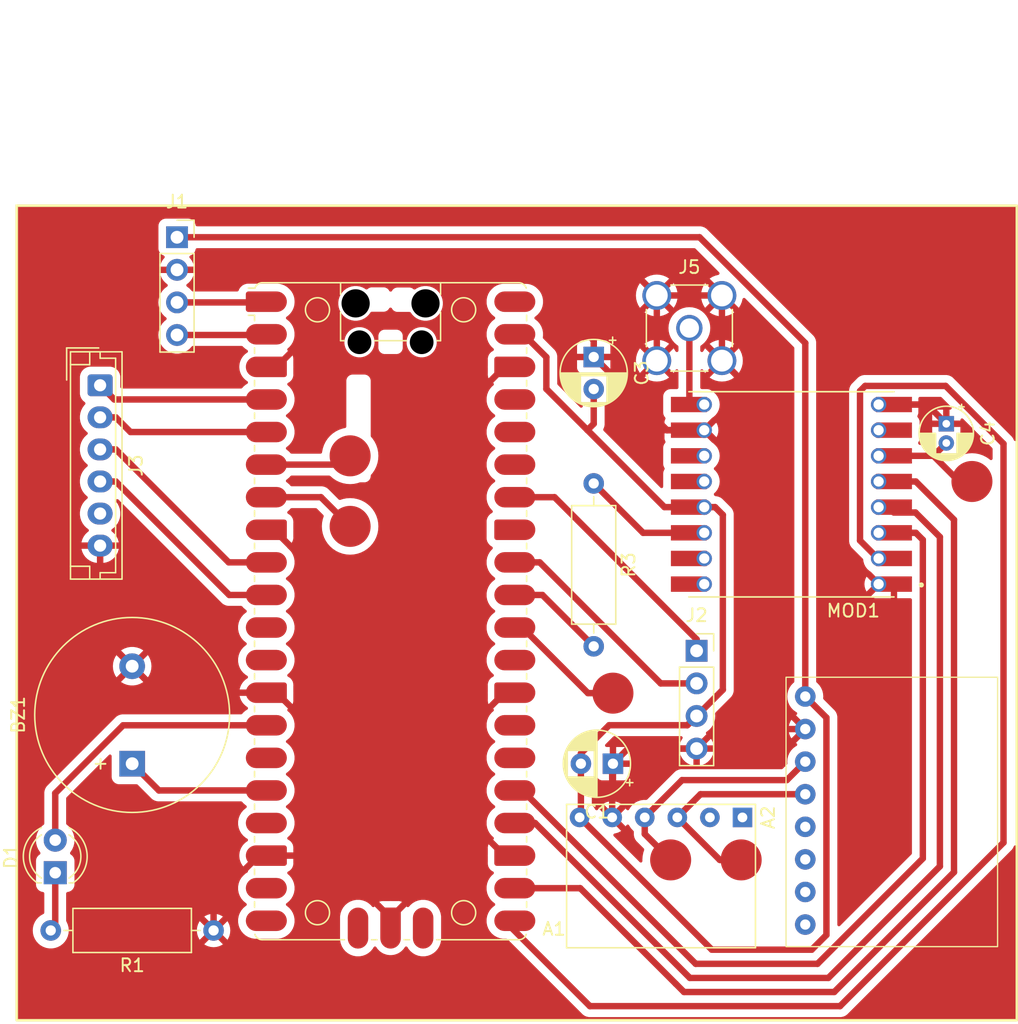
<source format=kicad_pcb>
(kicad_pcb (version 20240108) (generator "pcbnew") (generator_version "8.0")
  (layers (0 "F.Cu" signal) (31 "B.Cu" signal) (34 "B.Paste" user) (35 "F.Paste" user) (36 "B.SilkS" user "B.Silkscreen") (37 "F.SilkS" user "F.Silkscreen") (38 "B.Mask" user) (39 "F.Mask" user) (44 "Edge.Cuts" user))
  (net 0 "")
  (net 1 "GND")
  (net 3 "DSHOT-3")
  (net 5 "PYRO 2")
  (net 6 "DSHOT-1")
  (net 7 "UART TX")
  (net 8 "SPI SCK")
  (net 9 "RADIO RX INT")
  (net 10 "PYRO 1")
  (net 12 "BUZZER")
  (net 13 "LoRa reset")
  (net 14 "I2C SCL")
  (net 17 "DSHOT-2")
  (net 19 "RED_LED")
  (net 23 "+3V3")
  (net 25 "SPI MISO")
  (net 27 "SPI NSS")
  (net 28 "SPI MOSI")
  (net 29 "I2C SDA")
  (net 31 "UART RX")
  (net 33 "DSHOT-4")
  (net 37 "Net-(D1-K)")
  (net 39 "Net-(J5-In)")
  (net 43 "Net-(MOD1-DIO0-Pad14)")
  (net 44 "RADIO RX TIMEOUT")
  (net 55 "RADIO RX TIMEOUT_1")
  (footprint "LED_THT:LED_D4.0mm" (layer "F.Cu") (at 39 97 90)
    (property "Reference" "D1" (at 1.27 -3.46 90) (layer "F.SilkS"))
    (property "Value" "LED")
    (pad "1" thru_hole rect (at 0 0 90) (size 1.8 1.8) (drill 0.9) (layers "*.Cu" "*.Mask") (net 37 "Net-(D1-K)"))
    (pad "2" thru_hole circle (at 2.54 0 90) (size 1.8 1.8) (drill 0.9) (layers "*.Cu" "*.Mask") (net 19 "RED_LED"))
  )
  (footprint "Connector_Coaxial:SMA_Amphenol_901-144_Vertical" (layer "F.Cu") (at 88.46 54.54)
    (property "Reference" "J5" (at 0 -4.75 0) (layer "F.SilkS"))
    (property "Value" "Conn_Coaxial_Small")
    (pad "1" thru_hole circle (at 0 0) (size 2.05 2.05) (drill 1.5) (layers "*.Cu" "*.Mask") (net 39 "Net-(J5-In)"))
    (pad "2" thru_hole circle (at -2.54 -2.54) (size 2.25 2.25) (drill 1.7) (layers "*.Cu" "*.Mask") (net 1 "GND"))
    (pad "2" thru_hole circle (at -2.54 2.54) (size 2.25 2.25) (drill 1.7) (layers "*.Cu" "*.Mask") (net 1 "GND"))
    (pad "2" thru_hole circle (at 2.54 -2.54) (size 2.25 2.25) (drill 1.7) (layers "*.Cu" "*.Mask") (net 1 "GND"))
    (pad "2" thru_hole circle (at 2.54 2.54) (size 2.25 2.25) (drill 1.7) (layers "*.Cu" "*.Mask") (net 1 "GND"))
  )
  (footprint "Connector_PinSocket_2.54mm:PinSocket_1x04_P2.54mm_Vertical" (layer "F.Cu") (at 89.025 79.7)
    (property "Reference" "J2" (at 0 -2.77 0) (layer "F.SilkS"))
    (property "Value" "Conn_01x04_Pin")
    (pad "1" thru_hole rect (at 0 0) (size 1.7 1.7) (drill 1) (layers "*.Cu" "*.Mask") (net 5 "PYRO 2"))
    (pad "2" thru_hole oval (at 0 2.54) (size 1.7 1.7) (drill 1) (layers "*.Cu" "*.Mask") (net 10 "PYRO 1"))
    (pad "3" thru_hole oval (at 0 5.08) (size 1.7 1.7) (drill 1) (layers "*.Cu" "*.Mask") (net 23 "+3V3"))
    (pad "4" thru_hole oval (at 0 7.62) (size 1.7 1.7) (drill 1) (layers "*.Cu" "*.Mask") (net 1 "GND"))
  )
  (footprint "Connector_JST:JST_EH_B6B-EH-A_1x06_P2.50mm_Vertical" (layer "F.Cu") (at 42.5 59 -90)
    (property "Reference" "J3" (at 6.25 -2.8 90) (layer "F.SilkS"))
    (property "Value" "Conn_01x06_Socket")
    (pad "1" thru_hole roundrect (at 0 0 270) (size 1.7 1.95) (drill 0.95) (layers "*.Cu" "*.Mask") (roundrect_rratio 0.147059) (net 6 "DSHOT-1"))
    (pad "2" thru_hole oval (at 2.5 0 270) (size 1.7 1.95) (drill 0.95) (layers "*.Cu" "*.Mask") (net 17 "DSHOT-2"))
    (pad "3" thru_hole oval (at 5 0 270) (size 1.7 1.95) (drill 0.95) (layers "*.Cu" "*.Mask") (net 3 "DSHOT-3"))
    (pad "4" thru_hole oval (at 7.5 0 270) (size 1.7 1.95) (drill 0.95) (layers "*.Cu" "*.Mask") (net 33 "DSHOT-4"))
    (pad "5" thru_hole oval (at 10 0 270) (size 1.7 1.95) (drill 0.95) (layers "*.Cu" "*.Mask"))
    (pad "6" thru_hole oval (at 12.5 0 270) (size 1.7 1.95) (drill 0.95) (layers "*.Cu" "*.Mask") (net 1 "GND"))
  )
  (footprint "Sensor_Motion:MPU6050" (layer "F.Cu") (at 97.5 83.26)
    (property "Reference" "MPU1" (hide yes))
    (property "Value" "~" (hide yes))
    (pad "1" thru_hole circle (at 0 0) (size 1.6 1.6) (drill 0.8) (layers "*.Cu" "*.Mask") (net 23 "+3V3"))
    (pad "2" thru_hole circle (at 0 2.54) (size 1.6 1.6) (drill 0.8) (layers "*.Cu" "*.Mask") (net 1 "GND"))
    (pad "3" thru_hole circle (at 0 5.08) (size 1.6 1.6) (drill 0.8) (layers "*.Cu" "*.Mask") (net 14 "I2C SCL"))
    (pad "4" thru_hole circle (at 0 7.62) (size 1.6 1.6) (drill 0.8) (layers "*.Cu" "*.Mask") (net 29 "I2C SDA"))
    (pad "5" thru_hole circle (at 0 10.16) (size 1.6 1.6) (drill 0.8) (layers "*.Cu" "*.Mask"))
    (pad "6" thru_hole circle (at 0 12.7) (size 1.6 1.6) (drill 0.8) (layers "*.Cu" "*.Mask"))
    (pad "7" thru_hole circle (at 0 15.24) (size 1.6 1.6) (drill 0.8) (layers "*.Cu" "*.Mask"))
    (pad "8" thru_hole circle (at 0 17.78) (size 1.6 1.6) (drill 0.8) (layers "*.Cu" "*.Mask"))
  )
  (footprint "RFM98W-433S2:XCVR_RFM98W-433S2" (layer "F.Cu") (at 96.42 67.5 180)
    (property "Reference" "MOD1" (at -4.825 -9.075 0) (layer "F.SilkS"))
    (property "Value" "RFM98W-433S2")
    (pad "1" smd rect (at -8 -7 180) (size 2.8 1.2) (layers "F.Cu" "F.Paste" "F.Mask") (net 1 "GND"))
    (pad "1_1" thru_hole circle (at -6.8 -7 180) (size 1.2 1.2) (drill 0.8) (layers "*.Cu" "*.Mask") (net 1 "GND"))
    (pad "2" smd rect (at -8 -5 180) (size 2.8 1.2) (layers "F.Cu" "F.Paste" "F.Mask") (net 25 "SPI MISO"))
    (pad "2_1" thru_hole circle (at -6.8 -5 180) (size 1.2 1.2) (drill 0.8) (layers "*.Cu" "*.Mask") (net 25 "SPI MISO"))
    (pad "3" smd rect (at -8 -3 180) (size 2.8 1.2) (layers "F.Cu" "F.Paste" "F.Mask") (net 28 "SPI MOSI"))
    (pad "3_1" thru_hole circle (at -6.8 -3 180) (size 1.2 1.2) (drill 0.8) (layers "*.Cu" "*.Mask") (net 28 "SPI MOSI"))
    (pad "4" smd rect (at -8 -1 180) (size 2.8 1.2) (layers "F.Cu" "F.Paste" "F.Mask") (net 8 "SPI SCK"))
    (pad "4_1" thru_hole circle (at -6.8 -1 180) (size 1.2 1.2) (drill 0.8) (layers "*.Cu" "*.Mask") (net 8 "SPI SCK"))
    (pad "5" smd rect (at -8 1 180) (size 2.8 1.2) (layers "F.Cu" "F.Paste" "F.Mask") (net 27 "SPI NSS"))
    (pad "5_1" thru_hole circle (at -6.8 1 180) (size 1.2 1.2) (drill 0.8) (layers "*.Cu" "*.Mask") (net 27 "SPI NSS"))
    (pad "6" smd rect (at -8 3 180) (size 2.8 1.2) (layers "F.Cu" "F.Paste" "F.Mask") (net 13 "LoRa reset"))
    (pad "6_1" thru_hole circle (at -6.8 3 180) (size 1.2 1.2) (drill 0.8) (layers "*.Cu" "*.Mask") (net 13 "LoRa reset"))
    (pad "7" smd rect (at -8 5 180) (size 2.8 1.2) (layers "F.Cu" "F.Paste" "F.Mask"))
    (pad "7_1" thru_hole circle (at -6.8 5 180) (size 1.2 1.2) (drill 0.8) (layers "*.Cu" "*.Mask"))
    (pad "8" smd rect (at -8 7 180) (size 2.8 1.2) (layers "F.Cu" "F.Paste" "F.Mask") (net 1 "GND"))
    (pad "8_1" thru_hole circle (at -6.8 7 180) (size 1.2 1.2) (drill 0.8) (layers "*.Cu" "*.Mask") (net 1 "GND"))
    (pad "9" smd rect (at 8 7 180) (size 2.8 1.2) (layers "F.Cu" "F.Paste" "F.Mask") (net 39 "Net-(J5-In)"))
    (pad "9_1" thru_hole circle (at 6.8 7 180) (size 1.2 1.2) (drill 0.8) (layers "*.Cu" "*.Mask") (net 39 "Net-(J5-In)"))
    (pad "10" smd rect (at 8 5 180) (size 2.8 1.2) (layers "F.Cu" "F.Paste" "F.Mask") (net 1 "GND"))
    (pad "10_1" thru_hole circle (at 6.8 5 180) (size 1.2 1.2) (drill 0.8) (layers "*.Cu" "*.Mask") (net 1 "GND"))
    (pad "11" smd rect (at 8 3 180) (size 2.8 1.2) (layers "F.Cu" "F.Paste" "F.Mask"))
    (pad "11_1" thru_hole circle (at 6.8 3 180) (size 1.2 1.2) (drill 0.8) (layers "*.Cu" "*.Mask"))
    (pad "12" smd rect (at 8 1 180) (size 2.8 1.2) (layers "F.Cu" "F.Paste" "F.Mask"))
    (pad "12_1" thru_hole circle (at 6.8 1 180) (size 1.2 1.2) (drill 0.8) (layers "*.Cu" "*.Mask"))
    (pad "13" smd rect (at 8 -1 180) (size 2.8 1.2) (layers "F.Cu" "F.Paste" "F.Mask") (net 23 "+3V3"))
    (pad "13_1" thru_hole circle (at 6.8 -1 180) (size 1.2 1.2) (drill 0.8) (layers "*.Cu" "*.Mask") (net 23 "+3V3"))
    (pad "14" smd rect (at 8 -3 180) (size 2.8 1.2) (layers "F.Cu" "F.Paste" "F.Mask") (net 43 "Net-(MOD1-DIO0-Pad14)"))
    (pad "14_1" thru_hole circle (at 6.8 -3 180) (size 1.2 1.2) (drill 0.8) (layers "*.Cu" "*.Mask") (net 43 "Net-(MOD1-DIO0-Pad14)"))
    (pad "15" smd rect (at 8 -5 180) (size 2.8 1.2) (layers "F.Cu" "F.Paste" "F.Mask") (net 55 "RADIO RX TIMEOUT_1"))
    (pad "15_1" thru_hole circle (at 6.8 -5 180) (size 1.2 1.2) (drill 0.8) (layers "*.Cu" "*.Mask") (net 44 "RADIO RX TIMEOUT"))
    (pad "16" smd rect (at 8 -7 180) (size 2.8 1.2) (layers "F.Cu" "F.Paste" "F.Mask"))
    (pad "16_1" thru_hole circle (at 6.8 -7 180) (size 1.2 1.2) (drill 0.8) (layers "*.Cu" "*.Mask"))
  )
  (footprint "Resistor_THT:R_Axial_DIN0309_L9.0mm_D3.2mm_P12.70mm_Horizontal" (layer "F.Cu") (at 81 66.65 -90)
    (property "Reference" "R3" (at 6.35 -2.72 90) (layer "F.SilkS"))
    (property "Value" "100")
    (pad "1" thru_hole circle (at 0 0 270) (size 1.6 1.6) (drill 0.8) (layers "*.Cu" "*.Mask") (net 43 "Net-(MOD1-DIO0-Pad14)"))
    (pad "2" thru_hole oval (at 12.7 0 270) (size 1.6 1.6) (drill 0.8) (layers "*.Cu" "*.Mask") (net 9 "RADIO RX INT"))
  )
  (footprint "Charleslabs_Parts:BMP280_Module" (layer "F.Cu") (at 92.6 92.688 -90)
    (property "Reference" "A2" (at 0 -2 90) (layer "F.SilkS"))
    (property "Value" "BMP280_Module")
    (pad "1" thru_hole circle (at 0 12.7 270) (size 1.524 1.524) (drill 0.762) (layers "*.Cu" "*.Mask") (net 23 "+3V3"))
    (pad "2" thru_hole circle (at 0 10.16 270) (size 1.524 1.524) (drill 0.762) (layers "*.Cu" "*.Mask") (net 1 "GND"))
    (pad "3" thru_hole circle (at 0 7.62 270) (size 1.524 1.524) (drill 0.762) (layers "*.Cu" "*.Mask") (net 14 "I2C SCL"))
    (pad "4" thru_hole circle (at 0 5.08 270) (size 1.524 1.524) (drill 0.762) (layers "*.Cu" "*.Mask") (net 29 "I2C SDA"))
    (pad "5" thru_hole circle (at 0 2.54 270) (size 1.524 1.524) (drill 0.762) (layers "*.Cu" "*.Mask"))
    (pad "6" thru_hole rect (at 0 0 270) (size 1.524 1.524) (drill 0.762) (layers "*.Cu" "*.Mask"))
  )
  (footprint "Capacitor_THT:CP_Radial_D4.0mm_P1.50mm" (layer "F.Cu") (at 108.5 62 -90)
    (property "Reference" "C4" (at 0.75 -3.25 90) (layer "F.SilkS"))
    (property "Value" "100n")
    (pad "1" thru_hole rect (at 0 0 270) (size 1.2 1.2) (drill 0.6) (layers "*.Cu" "*.Mask") (net 1 "GND"))
    (pad "2" thru_hole circle (at 1.5 0 270) (size 1.2 1.2) (drill 0.6) (layers "*.Cu" "*.Mask") (net 13 "LoRa reset"))
  )
  (footprint "Module_RaspberryPi_Pico:RaspberryPi_Pico_Original_SMD_HandSolder" (layer "F.Cu") (at 65.155 76.615)
    (property "Reference" "A1" (at 11.7475 24.765 0) (layer "F.SilkS") (effects (justify left)))
    (property "Value" "RaspberryPi_Pico")
    (pad "" smd rect (at -8.89 -24.13) (size 3.8 2.2) (drill (offset -0.8 0)) (layers "F.Paste"))
    (pad "" smd rect (at -8.89 -21.59) (size 3.8 2.2) (drill (offset -0.8 0)) (layers "F.Paste"))
    (pad "" smd rect (at -8.89 -19.05) (size 3.8 2.2) (drill (offset -0.8 0)) (layers "F.Paste"))
    (pad "" smd rect (at -8.89 -16.51) (size 3.8 2.2) (drill (offset -0.8 0)) (layers "F.Paste"))
    (pad "" smd rect (at -8.89 -13.97) (size 3.8 2.2) (drill (offset -0.8 0)) (layers "F.Paste"))
    (pad "" smd rect (at -8.89 -11.43) (size 3.8 2.2) (drill (offset -0.8 0)) (layers "F.Paste"))
    (pad "" smd rect (at -8.89 -8.89) (size 3.8 2.2) (drill (offset -0.8 0)) (layers "F.Paste"))
    (pad "" smd rect (at -8.89 -6.35) (size 3.8 2.2) (drill (offset -0.8 0)) (layers "F.Paste"))
    (pad "" smd rect (at -8.89 -3.81) (size 3.8 2.2) (drill (offset -0.8 0)) (layers "F.Paste"))
    (pad "" smd rect (at -8.89 -1.27) (size 3.8 2.2) (drill (offset -0.8 0)) (layers "F.Paste"))
    (pad "" smd rect (at -8.89 1.27) (size 3.8 2.2) (drill (offset -0.8 0)) (layers "F.Paste"))
    (pad "" smd rect (at -8.89 3.81) (size 3.8 2.2) (drill (offset -0.8 0)) (layers "F.Paste"))
    (pad "" smd rect (at -8.89 6.35) (size 3.8 2.2) (drill (offset -0.8 0)) (layers "F.Paste"))
    (pad "" smd rect (at -8.89 8.89) (size 3.8 2.2) (drill (offset -0.8 0)) (layers "F.Paste"))
    (pad "" smd rect (at -8.89 11.43) (size 3.8 2.2) (drill (offset -0.8 0)) (layers "F.Paste"))
    (pad "" smd rect (at -8.89 13.97) (size 3.8 2.2) (drill (offset -0.8 0)) (layers "F.Paste"))
    (pad "" smd rect (at -8.89 16.51) (size 3.8 2.2) (drill (offset -0.8 0)) (layers "F.Paste"))
    (pad "" smd rect (at -8.89 19.05) (size 3.8 2.2) (drill (offset -0.8 0)) (layers "F.Paste"))
    (pad "" smd rect (at -8.89 21.59) (size 3.8 2.2) (drill (offset -0.8 0)) (layers "F.Paste"))
    (pad "" smd rect (at -8.89 24.13) (size 3.8 2.2) (drill (offset -0.8 0)) (layers "F.Paste"))
    (pad "" np_thru_hole circle (at -2.725 -24) (size 2.2 2.2) (drill 2.2) (layers "*.Mask"))
    (pad "" smd rect (at -2.54 23.9) (size 2.2 3.8) (drill (offset 0 0.8)) (layers "F.Paste"))
    (pad "" np_thru_hole circle (at -2.425 -20.97) (size 1.85 1.85) (drill 1.85) (layers "*.Mask"))
    (pad "" smd rect (at 0 23.9) (size 2.2 3.8) (drill (offset 0 0.8)) (layers "F.Paste"))
    (pad "" np_thru_hole circle (at 2.425 -20.97) (size 1.85 1.85) (drill 1.85) (layers "*.Mask"))
    (pad "" smd rect (at 2.54 23.9) (size 2.2 3.8) (drill (offset 0 0.8)) (layers "F.Paste"))
    (pad "" np_thru_hole circle (at 2.725 -24) (size 2.2 2.2) (drill 2.2) (layers "*.Mask"))
    (pad "" smd rect (at 8.89 -24.13) (size 3.8 2.2) (drill (offset 0.8 0)) (layers "F.Paste"))
    (pad "" smd rect (at 8.89 -21.59) (size 3.8 2.2) (drill (offset 0.8 0)) (layers "F.Paste"))
    (pad "" smd rect (at 8.89 -19.05) (size 3.8 2.2) (drill (offset 0.8 0)) (layers "F.Paste"))
    (pad "" smd rect (at 8.89 -16.51) (size 3.8 2.2) (drill (offset 0.8 0)) (layers "F.Paste"))
    (pad "" smd rect (at 8.89 -13.97) (size 3.8 2.2) (drill (offset 0.8 0)) (layers "F.Paste"))
    (pad "" smd rect (at 8.89 -11.43) (size 3.8 2.2) (drill (offset 0.8 0)) (layers "F.Paste"))
    (pad "" smd rect (at 8.89 -8.89) (size 3.8 2.2) (drill (offset 0.8 0)) (layers "F.Paste"))
    (pad "" smd rect (at 8.89 -6.35) (size 3.8 2.2) (drill (offset 0.8 0)) (layers "F.Paste"))
    (pad "" smd rect (at 8.89 -3.81) (size 3.8 2.2) (drill (offset 0.8 0)) (layers "F.Paste"))
    (pad "" smd rect (at 8.89 -1.27) (size 3.8 2.2) (drill (offset 0.8 0)) (layers "F.Paste"))
    (pad "" smd rect (at 8.89 1.27) (size 3.8 2.2) (drill (offset 0.8 0)) (layers "F.Paste"))
    (pad "" smd rect (at 8.89 3.81) (size 3.8 2.2) (drill (offset 0.8 0)) (layers "F.Paste"))
    (pad "" smd rect (at 8.89 6.35) (size 3.8 2.2) (drill (offset 0.8 0)) (layers "F.Paste"))
    (pad "" smd rect (at 8.89 8.89) (size 3.8 2.2) (drill (offset 0.8 0)) (layers "F.Paste"))
    (pad "" smd rect (at 8.89 11.43) (size 3.8 2.2) (drill (offset 0.8 0)) (layers "F.Paste"))
    (pad "" smd rect (at 8.89 13.97) (size 3.8 2.2) (drill (offset 0.8 0)) (layers "F.Paste"))
    (pad "" smd rect (at 8.89 16.51) (size 3.8 2.2) (drill (offset 0.8 0)) (layers "F.Paste"))
    (pad "" smd rect (at 8.89 19.05) (size 3.8 2.2) (drill (offset 0.8 0)) (layers "F.Paste"))
    (pad "" smd rect (at 8.89 21.59) (size 3.8 2.2) (drill (offset 0.8 0)) (layers "F.Paste"))
    (pad "" smd rect (at 8.89 24.13) (size 3.8 2.2) (drill (offset 0.8 0)) (layers "F.Paste"))
    (pad "1" smd custom (at -8.89 -24.13) (size 1.6 1.6) (layers "F.Cu" "F.Mask") (net 7 "UART TX") (options (clearance outline) (anchor circle)) (primitives (gr_poly (pts (xy -2.4 0.6) (xy -2.4 -0.6) (xy -2.2 -0.8) (xy 0 -0.8) (xy 0 0.8) (xy -2.2 0.8)) (width 0) (fill yes)) (gr_circle (center -2.2 0.6) (end -2 0.6) (width 0) (fill yes)) (gr_circle (center -2.2 -0.6) (end -2 -0.6) (width 0) (fill yes))))
    (pad "2" smd roundrect (at -8.89 -21.59) (size 3.2 1.6) (drill (offset -0.8 0)) (layers "F.Cu" "F.Mask") (roundrect_rratio 0.5) (net 31 "UART RX"))
    (pad "3" smd custom (at -8.89 -19.05) (size 1.6 1.6) (layers "F.Cu" "F.Mask") (net 1 "GND") (options (clearance outline) (anchor circle)) (primitives (gr_poly (pts (xy 0.8 -0.6) (xy 0.8 0.6) (xy 0.6 0.8) (xy -1.6 0.8) (xy -1.6 -0.8) (xy 0.6 -0.8)) (width 0) (fill yes)) (gr_circle (center 0.6 0.6) (end 0.8 0.6) (width 0) (fill yes)) (gr_circle (center 0.6 -0.6) (end 0.8 -0.6) (width 0) (fill yes)) (gr_circle (center -1.6 0) (end -0.8 0) (width 0) (fill yes))))
    (pad "4" smd roundrect (at -8.89 -16.51) (size 3.2 1.6) (drill (offset -0.8 0)) (layers "F.Cu" "F.Mask") (roundrect_rratio 0.5) (net 6 "DSHOT-1"))
    (pad "5" smd roundrect (at -8.89 -13.97) (size 3.2 1.6) (drill (offset -0.8 0)) (layers "F.Cu" "F.Mask") (roundrect_rratio 0.5) (net 17 "DSHOT-2"))
    (pad "6" smd roundrect (at -8.89 -11.43) (size 3.2 1.6) (drill (offset -0.8 0)) (layers "F.Cu" "F.Mask") (roundrect_rratio 0.5) (net 14 "I2C SCL"))
    (pad "7" smd roundrect (at -8.89 -8.89) (size 3.2 1.6) (drill (offset -0.8 0)) (layers "F.Cu" "F.Mask") (roundrect_rratio 0.5) (net 29 "I2C SDA"))
    (pad "8" smd custom (at -8.89 -6.35) (size 1.6 1.6) (layers "F.Cu" "F.Mask") (net 1 "GND") (options (clearance outline) (anchor circle)) (primitives (gr_poly (pts (xy 0.8 -0.6) (xy 0.8 0.6) (xy 0.6 0.8) (xy -1.6 0.8) (xy -1.6 -0.8) (xy 0.6 -0.8)) (width 0) (fill yes)) (gr_circle (center 0.6 0.6) (end 0.8 0.6) (width 0) (fill yes)) (gr_circle (center 0.6 -0.6) (end 0.8 -0.6) (width 0) (fill yes)) (gr_circle (center -1.6 0) (end -0.8 0) (width 0) (fill yes))))
    (pad "9" smd roundrect (at -8.89 -3.81) (size 3.2 1.6) (drill (offset -0.8 0)) (layers "F.Cu" "F.Mask") (roundrect_rratio 0.5) (net 3 "DSHOT-3"))
    (pad "10" smd roundrect (at -8.89 -1.27) (size 3.2 1.6) (drill (offset -0.8 0)) (layers "F.Cu" "F.Mask") (roundrect_rratio 0.5) (net 33 "DSHOT-4"))
    (pad "11" smd roundrect (at -8.89 1.27) (size 3.2 1.6) (drill (offset -0.8 0)) (layers "F.Cu" "F.Mask") (roundrect_rratio 0.5))
    (pad "12" smd roundrect (at -8.89 3.81) (size 3.2 1.6) (drill (offset -0.8 0)) (layers "F.Cu" "F.Mask") (roundrect_rratio 0.5))
    (pad "13" smd custom (at -8.89 6.35) (size 1.6 1.6) (layers "F.Cu" "F.Mask") (net 1 "GND") (options (clearance outline) (anchor circle)) (primitives (gr_poly (pts (xy 0.8 -0.6) (xy 0.8 0.6) (xy 0.6 0.8) (xy -1.6 0.8) (xy -1.6 -0.8) (xy 0.6 -0.8)) (width 0) (fill yes)) (gr_circle (center 0.6 0.6) (end 0.8 0.6) (width 0) (fill yes)) (gr_circle (center 0.6 -0.6) (end 0.8 -0.6) (width 0) (fill yes)) (gr_circle (center -1.6 0) (end -0.8 0) (width 0) (fill yes))))
    (pad "14" smd roundrect (at -8.89 8.89) (size 3.2 1.6) (drill (offset -0.8 0)) (layers "F.Cu" "F.Mask") (roundrect_rratio 0.5) (net 19 "RED_LED"))
    (pad "15" smd roundrect (at -8.89 11.43) (size 3.2 1.6) (drill (offset -0.8 0)) (layers "F.Cu" "F.Mask") (roundrect_rratio 0.5))
    (pad "16" smd roundrect (at -8.89 13.97) (size 3.2 1.6) (drill (offset -0.8 0)) (layers "F.Cu" "F.Mask") (roundrect_rratio 0.5) (net 12 "BUZZER"))
    (pad "17" smd roundrect (at -8.89 16.51) (size 3.2 1.6) (drill (offset -0.8 0)) (layers "F.Cu" "F.Mask") (roundrect_rratio 0.5))
    (pad "18" smd custom (at -8.89 19.05) (size 1.6 1.6) (layers "F.Cu" "F.Mask") (net 1 "GND") (options (clearance outline) (anchor circle)) (primitives (gr_poly (pts (xy 0.8 -0.6) (xy 0.8 0.6) (xy 0.6 0.8) (xy -1.6 0.8) (xy -1.6 -0.8) (xy 0.6 -0.8)) (width 0) (fill yes)) (gr_circle (center 0.6 0.6) (end 0.8 0.6) (width 0) (fill yes)) (gr_circle (center 0.6 -0.6) (end 0.8 -0.6) (width 0) (fill yes)) (gr_circle (center -1.6 0) (end -0.8 0) (width 0) (fill yes))))
    (pad "19" smd roundrect (at -8.89 21.59) (size 3.2 1.6) (drill (offset -0.8 0)) (layers "F.Cu" "F.Mask") (roundrect_rratio 0.5))
    (pad "20" smd roundrect (at -8.89 24.13) (size 3.2 1.6) (drill (offset -0.8 0)) (layers "F.Cu" "F.Mask") (roundrect_rratio 0.5))
    (pad "21" smd roundrect (at 8.89 24.13) (size 3.2 1.6) (drill (offset 0.8 0)) (layers "F.Cu" "F.Mask") (roundrect_rratio 0.5) (net 25 "SPI MISO"))
    (pad "22" smd roundrect (at 8.89 21.59) (size 3.2 1.6) (drill (offset 0.8 0)) (layers "F.Cu" "F.Mask") (roundrect_rratio 0.5) (net 27 "SPI NSS"))
    (pad "23" smd custom (at 8.89 19.05) (size 1.6 1.6) (layers "F.Cu" "F.Mask") (net 1 "GND") (options (clearance outline) (anchor circle)) (primitives (gr_poly (pts (xy -0.8 -0.6) (xy -0.8 0.6) (xy -0.6 0.8) (xy 1.6 0.8) (xy 1.6 -0.8) (xy -0.6 -0.8)) (width 0) (fill yes)) (gr_circle (center -0.6 0.6) (end -0.4 0.6) (width 0) (fill yes)) (gr_circle (center -0.6 -0.6) (end -0.4 -0.6) (width 0) (fill yes)) (gr_circle (center 1.6 0) (end 2.4 0) (width 0) (fill yes))))
    (pad "24" smd roundrect (at 8.89 16.51) (size 3.2 1.6) (drill (offset 0.8 0)) (layers "F.Cu" "F.Mask") (roundrect_rratio 0.5) (net 8 "SPI SCK"))
    (pad "25" smd roundrect (at 8.89 13.97) (size 3.2 1.6) (drill (offset 0.8 0)) (layers "F.Cu" "F.Mask") (roundrect_rratio 0.5) (net 28 "SPI MOSI"))
    (pad "26" smd roundrect (at 8.89 11.43) (size 3.2 1.6) (drill (offset 0.8 0)) (layers "F.Cu" "F.Mask") (roundrect_rratio 0.5))
    (pad "27" smd roundrect (at 8.89 8.89) (size 3.2 1.6) (drill (offset 0.8 0)) (layers "F.Cu" "F.Mask") (roundrect_rratio 0.5))
    (pad "28" smd custom (at 8.89 6.35) (size 1.6 1.6) (layers "F.Cu" "F.Mask") (net 1 "GND") (options (clearance outline) (anchor circle)) (primitives (gr_poly (pts (xy -0.8 -0.6) (xy -0.8 0.6) (xy -0.6 0.8) (xy 1.6 0.8) (xy 1.6 -0.8) (xy -0.6 -0.8)) (width 0) (fill yes)) (gr_circle (center -0.6 0.6) (end -0.4 0.6) (width 0) (fill yes)) (gr_circle (center -0.6 -0.6) (end -0.4 -0.6) (width 0) (fill yes)) (gr_circle (center 1.6 0) (end 2.4 0) (width 0) (fill yes))))
    (pad "29" smd roundrect (at 8.89 3.81) (size 3.2 1.6) (drill (offset 0.8 0)) (layers "F.Cu" "F.Mask") (roundrect_rratio 0.5))
    (pad "30" smd roundrect (at 8.89 1.27) (size 3.2 1.6) (drill (offset 0.8 0)) (layers "F.Cu" "F.Mask") (roundrect_rratio 0.5) (net 13 "LoRa reset"))
    (pad "31" smd roundrect (at 8.89 -1.27) (size 3.2 1.6) (drill (offset 0.8 0)) (layers "F.Cu" "F.Mask") (roundrect_rratio 0.5) (net 9 "RADIO RX INT"))
    (pad "32" smd roundrect (at 8.89 -3.81) (size 3.2 1.6) (drill (offset 0.8 0)) (layers "F.Cu" "F.Mask") (roundrect_rratio 0.5) (net 10 "PYRO 1"))
    (pad "33" smd custom (at 8.89 -6.35) (size 1.6 1.6) (layers "F.Cu" "F.Mask") (options (clearance outline) (anchor circle)) (primitives (gr_poly (pts (xy -0.8 -0.6) (xy -0.8 0.6) (xy -0.6 0.8) (xy 1.6 0.8) (xy 1.6 -0.8) (xy -0.6 -0.8)) (width 0) (fill yes)) (gr_circle (center -0.6 0.6) (end -0.4 0.6) (width 0) (fill yes)) (gr_circle (center -0.6 -0.6) (end -0.4 -0.6) (width 0) (fill yes)) (gr_circle (center 1.6 0) (end 2.4 0) (width 0) (fill yes))))
    (pad "34" smd roundrect (at 8.89 -8.89) (size 3.2 1.6) (drill (offset 0.8 0)) (layers "F.Cu" "F.Mask") (roundrect_rratio 0.5) (net 5 "PYRO 2"))
    (pad "35" smd roundrect (at 8.89 -11.43) (size 3.2 1.6) (drill (offset 0.8 0)) (layers "F.Cu" "F.Mask") (roundrect_rratio 0.5))
    (pad "36" smd roundrect (at 8.89 -13.97) (size 3.2 1.6) (drill (offset 0.8 0)) (layers "F.Cu" "F.Mask") (roundrect_rratio 0.5))
    (pad "37" smd roundrect (at 8.89 -16.51) (size 3.2 1.6) (drill (offset 0.8 0)) (layers "F.Cu" "F.Mask") (roundrect_rratio 0.5))
    (pad "38" smd custom (at 8.89 -19.05) (size 1.6 1.6) (layers "F.Cu" "F.Mask") (net 1 "GND") (options (clearance outline) (anchor circle)) (primitives (gr_poly (pts (xy -0.8 -0.6) (xy -0.8 0.6) (xy -0.6 0.8) (xy 1.6 0.8) (xy 1.6 -0.8) (xy -0.6 -0.8)) (width 0) (fill yes)) (gr_circle (center -0.6 0.6) (end -0.4 0.6) (width 0) (fill yes)) (gr_circle (center -0.6 -0.6) (end -0.4 -0.6) (width 0) (fill yes)) (gr_circle (center 1.6 0) (end 2.4 0) (width 0) (fill yes))))
    (pad "39" smd roundrect (at 8.89 -21.59) (size 3.2 1.6) (drill (offset 0.8 0)) (layers "F.Cu" "F.Mask") (roundrect_rratio 0.5) (net 23 "+3V3"))
    (pad "40" smd roundrect (at 8.89 -24.13) (size 3.2 1.6) (drill (offset 0.8 0)) (layers "F.Cu" "F.Mask") (roundrect_rratio 0.5))
    (pad "D1" smd roundrect (at -2.54 23.9 90) (size 3.2 1.6) (drill (offset -0.8 0)) (layers "F.Cu" "F.Mask") (roundrect_rratio 0.5))
    (pad "D2" smd custom (at 0 23.9 270) (size 1.6 1.6) (layers "F.Cu" "F.Mask") (net 1 "GND") (options (clearance outline) (anchor circle)) (primitives (gr_poly (pts (xy -0.8 -0.6) (xy -0.8 0.6) (xy -0.6 0.8) (xy 1.6 0.8) (xy 1.6 -0.8) (xy -0.6 -0.8)) (width 0) (fill yes)) (gr_circle (center -0.6 0.6) (end -0.4 0.6) (width 0) (fill yes)) (gr_circle (center -0.6 -0.6) (end -0.4 -0.6) (width 0) (fill yes)) (gr_circle (center 1.6 0) (end 2.4 0) (width 0) (fill yes))))
    (pad "D3" smd roundrect (at 2.54 23.9 90) (size 3.2 1.6) (drill (offset -0.8 0)) (layers "F.Cu" "F.Mask") (roundrect_rratio 0.5))
    (zone (net 0) (net_name "") (layers "F.Cu" "F.Paste") (name "Pad Keep Out TP6") (connect_pads (clearance 0)) (min_thickness 0.25)
      (keepout (tracks not_allowed) (vias not_allowed) (pads not_allowed) (copperpour not_allowed) (footprints allowed))
      (fill (thermal_gap 0.5) (thermal_bridge_width 0.5))
      (polygon (pts (xy 62.139455 66.562861) (xy 62.012833 66.528932) (xy 61.899306 66.463388) (xy 61.806612 66.370694) (xy 61.741068 66.257167) (xy 61.707139 66.130545) (xy 61.705 66.065) (xy 61.705 62.365) (xy 63.605 62.365) (xy 63.605 66.065) (xy 63.602861 66.130545) (xy 63.568932 66.257167) (xy 63.503388 66.370694) (xy 63.410694 66.463388) (xy 63.297167 66.528932) (xy 63.170545 66.562861) (xy 63.105 66.565) (xy 62.205 66.565)))
    )
    (zone (net 0) (net_name "") (layers "F.Cu" "F.Paste") (name "Pad Keep Out TP3") (connect_pads (clearance 0)) (min_thickness 0.25)
      (keepout (tracks not_allowed) (vias not_allowed) (pads not_allowed) (copperpour not_allowed) (footprints allowed))
      (fill (thermal_gap 0.5) (thermal_bridge_width 0.5))
      (polygon (pts (xy 63.207139 51.799455) (xy 63.241068 51.672833) (xy 63.306612 51.559306) (xy 63.399306 51.466612) (xy 63.512833 51.401068) (xy 63.639455 51.367139) (xy 63.705 51.365) (xy 64.155 51.365) (xy 64.155 53.265) (xy 63.705 53.265) (xy 63.639455 53.262861) (xy 63.512833 53.228932) (xy 63.399306 53.163388) (xy 63.306612 53.070694) (xy 63.241068 52.957167) (xy 63.207139 52.830545) (xy 63.205 52.765) (xy 63.205 51.865)))
    )
    (zone (net 0) (net_name "") (layers "F.Cu" "F.Paste") (name "Pad Keep Out TP4") (connect_pads (clearance 0)) (min_thickness 0.25)
      (keepout (tracks not_allowed) (vias not_allowed) (pads not_allowed) (copperpour not_allowed) (footprints allowed))
      (fill (thermal_gap 0.5) (thermal_bridge_width 0.5))
      (polygon (pts (xy 63.605 62.365) (xy 63.605 58.665) (xy 63.602861 58.599455) (xy 63.568933 58.472833) (xy 63.503388 58.359306) (xy 63.410694 58.266612) (xy 63.297167 58.201067) (xy 63.170545 58.167139) (xy 63.105 58.165) (xy 62.205 58.165) (xy 62.139455 58.167139) (xy 62.012833 58.201067) (xy 61.899306 58.266612) (xy 61.806612 58.359306) (xy 61.741067 58.472833) (xy 61.707139 58.599455) (xy 61.705 58.665) (xy 61.705 62.365)))
    )
    (zone (net 0) (net_name "") (layers "F.Cu" "F.Paste") (name "Pad Keep Out TP3") (connect_pads (clearance 0)) (min_thickness 0.25)
      (keepout (tracks not_allowed) (vias not_allowed) (pads not_allowed) (copperpour not_allowed) (footprints allowed))
      (fill (thermal_gap 0.5) (thermal_bridge_width 0.5))
      (polygon (pts (xy 64.155 53.265) (xy 64.605 53.265) (xy 64.670545 53.262861) (xy 64.797167 53.228933) (xy 64.910694 53.163388) (xy 65.003388 53.070694) (xy 65.068933 52.957167) (xy 65.102861 52.830545) (xy 65.105 52.765) (xy 65.105 51.865) (xy 65.102861 51.799455) (xy 65.068933 51.672833) (xy 65.003388 51.559306) (xy 64.910694 51.466612) (xy 64.797167 51.401067) (xy 64.670545 51.367139) (xy 64.605 51.365) (xy 64.155 51.365)))
    )
    (zone (net 0) (net_name "") (layers "F.Cu" "F.Paste") (name "Pad Keep Out TP1") (connect_pads (clearance 0)) (min_thickness 0.25)
      (keepout (tracks not_allowed) (vias not_allowed) (pads not_allowed) (copperpour not_allowed) (footprints allowed))
      (fill (thermal_gap 0.5) (thermal_bridge_width 0.5))
      (polygon (pts (xy 64.207139 55.099455) (xy 64.241068 54.972833) (xy 64.306612 54.859306) (xy 64.399306 54.766612) (xy 64.512833 54.701068) (xy 64.639455 54.667139) (xy 64.705 54.665) (xy 65.155 54.665) (xy 65.155 56.565) (xy 64.705 56.565) (xy 64.639455 56.562861) (xy 64.512833 56.528932) (xy 64.399306 56.463388) (xy 64.306612 56.370694) (xy 64.241068 56.257167) (xy 64.207139 56.130545) (xy 64.205 56.065) (xy 64.205 55.165)))
    )
    (zone (net 0) (net_name "") (layers "F.Cu" "F.Paste") (name "Pad Keep Out TP1") (connect_pads (clearance 0)) (min_thickness 0.25)
      (keepout (tracks not_allowed) (vias not_allowed) (pads not_allowed) (copperpour not_allowed) (footprints allowed))
      (fill (thermal_gap 0.5) (thermal_bridge_width 0.5))
      (polygon (pts (xy 65.155 56.565) (xy 65.605 56.565) (xy 65.670545 56.562861) (xy 65.797167 56.528933) (xy 65.910694 56.463388) (xy 66.003388 56.370694) (xy 66.068933 56.257167) (xy 66.102861 56.130545) (xy 66.105 56.065) (xy 66.105 55.165) (xy 66.102861 55.099455) (xy 66.068933 54.972833) (xy 66.003388 54.859306) (xy 65.910694 54.766612) (xy 65.797167 54.701067) (xy 65.670545 54.667139) (xy 65.605 54.665) (xy 65.155 54.665)))
    )
    (zone (net 0) (net_name "") (layers "F.Cu" "F.Paste") (name "Pad Keep Out TP2") (connect_pads (clearance 0)) (min_thickness 0.25)
      (keepout (tracks not_allowed) (vias not_allowed) (pads not_allowed) (copperpour not_allowed) (footprints allowed))
      (fill (thermal_gap 0.5) (thermal_bridge_width 0.5))
      (polygon (pts (xy 65.207139 51.814455) (xy 65.241068 51.687833) (xy 65.306612 51.574306) (xy 65.399306 51.481612) (xy 65.512833 51.416068) (xy 65.639455 51.382139) (xy 65.705 51.38) (xy 66.155 51.38) (xy 66.155 53.28) (xy 65.705 53.28) (xy 65.639455 53.277861) (xy 65.512833 53.243932) (xy 65.399306 53.178388) (xy 65.306612 53.085694) (xy 65.241068 52.972167) (xy 65.207139 52.845545) (xy 65.205 52.78) (xy 65.205 51.88)))
    )
    (zone (net 0) (net_name "") (layers "F.Cu" "F.Paste") (name "Pad Keep Out TP2") (connect_pads (clearance 0)) (min_thickness 0.25)
      (keepout (tracks not_allowed) (vias not_allowed) (pads not_allowed) (copperpour not_allowed) (footprints allowed))
      (fill (thermal_gap 0.5) (thermal_bridge_width 0.5))
      (polygon (pts (xy 66.155 53.28) (xy 66.605 53.28) (xy 66.670545 53.277861) (xy 66.797167 53.243933) (xy 66.910694 53.178388) (xy 67.003388 53.085694) (xy 67.068933 52.972167) (xy 67.102861 52.845545) (xy 67.105 52.78) (xy 67.105 51.88) (xy 67.102861 51.814455) (xy 67.068933 51.687833) (xy 67.003388 51.574306) (xy 66.910694 51.481612) (xy 66.797167 51.416067) (xy 66.670545 51.382139) (xy 66.605 51.38) (xy 66.155 51.38)))
    )
  )
  (footprint "Capacitor_THT:CP_Radial_D5.0mm_P2.50mm" (layer "F.Cu") (at 82.5 88.5 180)
    (property "Reference" "C1" (at 1.25 -3.75 0) (layer "F.SilkS"))
    (property "Value" "100u")
    (pad "1" thru_hole rect (at 0 0 180) (size 1.6 1.6) (drill 0.8) (layers "*.Cu" "*.Mask") (net 1 "GND"))
    (pad "2" thru_hole circle (at 2.5 0 180) (size 1.6 1.6) (drill 0.8) (layers "*.Cu" "*.Mask") (net 23 "+3V3"))
  )
  (footprint "Capacitor_THT:CP_Radial_D5.0mm_P2.50mm" (layer "F.Cu") (at 81 56.794888 -90)
    (property "Reference" "C3" (at 1.25 -3.75 90) (layer "F.SilkS"))
    (property "Value" "100u")
    (pad "1" thru_hole rect (at 0 0 270) (size 1.6 1.6) (drill 0.8) (layers "*.Cu" "*.Mask") (net 1 "GND"))
    (pad "2" thru_hole circle (at 2.5 0 270) (size 1.6 1.6) (drill 0.8) (layers "*.Cu" "*.Mask") (net 23 "+3V3"))
  )
  (footprint "Connector_PinSocket_2.54mm:PinSocket_1x04_P2.54mm_Vertical" (layer "F.Cu") (at 48.5 47.46)
    (property "Reference" "J1" (at 0 -2.77 0) (layer "F.SilkS"))
    (property "Value" "Conn_01x04_Pin")
    (pad "1" thru_hole rect (at 0 0) (size 1.7 1.7) (drill 1) (layers "*.Cu" "*.Mask") (net 23 "+3V3"))
    (pad "2" thru_hole oval (at 0 2.54) (size 1.7 1.7) (drill 1) (layers "*.Cu" "*.Mask") (net 1 "GND"))
    (pad "3" thru_hole oval (at 0 5.08) (size 1.7 1.7) (drill 1) (layers "*.Cu" "*.Mask") (net 7 "UART TX"))
    (pad "4" thru_hole oval (at 0 7.62) (size 1.7 1.7) (drill 1) (layers "*.Cu" "*.Mask") (net 31 "UART RX"))
  )
  (footprint "Buzzer_Beeper:Buzzer_15x7.5RM7.6" (layer "F.Cu") (at 45 88.5 90)
    (property "Reference" "BZ1" (at 3.81 -8.89 90) (layer "F.SilkS"))
    (property "Value" "Buzzer")
    (fp_text user "+" (at -0.01 -2.54 90) (layer "F.SilkS"))
    (pad "1" thru_hole rect (at 0 0 90) (size 2 2) (drill 1) (layers "*.Cu" "*.Mask") (net 12 "BUZZER"))
    (pad "2" thru_hole circle (at 7.6 0 90) (size 2 2) (drill 1) (layers "*.Cu" "*.Mask") (net 1 "GND"))
  )
  (footprint "Resistor_THT:R_Axial_DIN0309_L9.0mm_D3.2mm_P12.70mm_Horizontal" (layer "F.Cu") (at 51.35 101.5 180)
    (property "Reference" "R1" (at 6.35 -2.72 0) (layer "F.SilkS"))
    (property "Value" "220")
    (pad "1" thru_hole circle (at 0 0 180) (size 1.6 1.6) (drill 0.8) (layers "*.Cu" "*.Mask") (net 1 "GND"))
    (pad "2" thru_hole oval (at 12.7 0 180) (size 1.6 1.6) (drill 0.8) (layers "*.Cu" "*.Mask") (net 37 "Net-(D1-K)"))
  )
  (gr_circle (center 62 70) (end 63.5 70) (stroke (width 0.2)) (fill solid) (layer "F.Cu") (net 29))
  (gr_circle (center 110.5 66.5) (end 112 66.5) (stroke (width 0.2)) (fill solid) (layer "F.Cu") (net 13))
  (gr_circle (center 82.5 83) (end 84 83) (stroke (width 0.2)) (fill solid) (layer "F.Cu") (net 13))
  (gr_circle (center 92.5 96) (end 94 96) (stroke (width 0.2)) (fill solid) (layer "F.Cu") (net 29))
  (gr_circle (center 62 64.5) (end 63.5 64.5) (stroke (width 0.2)) (fill solid) (layer "F.Cu") (net 14))
  (gr_circle (center 87 96) (end 88.5 96) (stroke (width 0.2)) (fill solid) (layer "F.Cu") (net 14))
  (gr_rect (start 36 45) (end 114 108.5) (stroke (width 0.2)) (fill none) (layer "F.SilkS"))
  (segment (start 89.025 87.32) (end 83.68 87.32) (width 0.5) (layer "F.Cu") (net 1))
  (segment (start 48.5 50) (end 56.120526 50) (width 0.5) (layer "F.Cu") (net 1))
  (segment (start 74.045 95.665) (end 72.395 94.015) (width 0.5) (layer "F.Cu") (net 1))
  (segment (start 72.384969 51.811579) (end 72.384969 59.225031) (width 0.5) (layer "F.Cu") (net 1))
  (segment (start 89.62 62.5) (end 86.72 62.5) (width 0.5) (layer "F.Cu") (net 1))
  (segment (start 91 52) (end 91 57.08) (width 0.5) (layer "F.Cu") (net 1))
  (segment (start 71.655 94.015) (end 72.395 94.015) (width 0.5) (layer "F.Cu") (net 1))
  (segment (start 85.92 57.08) (end 83.61 59.39) (width 0.5) (layer "F.Cu") (net 1))
  (segment (start 72.395 84.615) (end 74.045 82.965) (width 0.5) (layer "F.Cu") (net 1))
  (segment (start 83.61 59.39) (end 81.014888 56.794888) (width 0.5) (layer "F.Cu") (net 1))
  (segment (start 74.045 57.565) (end 75.438452 57.565) (width 0.5) (layer "F.Cu") (net 1))
  (segment (start 81.014888 56.794888) (end 81 56.794888) (width 0.5) (layer "F.Cu") (net 1))
  (segment (start 91 57.08) (end 92.17 58.25) (width 0.5) (layer "F.Cu") (net 1))
  (segment (start 45 80.9) (end 47.065 82.965) (width 0.5) (layer "F.Cu") (net 1))
  (segment (start 92.17 64.99939) (end 89.67061 62.5) (width 0.5) (layer "F.Cu") (net 1))
  (segment (start 89.025 87.32) (end 92.17 84.175) (width 0.5) (layer "F.Cu") (net 1))
  (segment (start 85.92 52) (end 91 52) (width 0.5) (layer "F.Cu") (net 1))
  (segment (start 60.305 95.665) (end 56.265 95.665) (width 0.5) (layer "F.Cu") (net 1))
  (segment (start 74.045 57.565) (end 72.384969 59.225031) (width 0.5) (layer "F.Cu") (net 1))
  (segment (start 82.44 88.56) (end 82.5 88.5) (width 0.5) (layer "F.Cu") (net 1))
  (segment (start 51.35 101.5) (end 51.35 99.186548) (width 0.5) (layer "F.Cu") (net 1))
  (segment (start 60.305 74.511548) (end 60.305 87.005) (width 0.5) (layer "F.Cu") (net 1))
  (segment (start 85.92 57.08) (end 85.92 52) (width 0.5) (layer "F.Cu") (net 1))
  (segment (start 74.045 57.565) (end 74.11 57.5) (width 0.5) (layer "F.Cu") (net 1))
  (segment (start 42.5 71.5) (end 42.5 78.4) (width 0.5) (layer "F.Cu") (net 1))
  (segment (start 72.384969 59.225031) (end 72.384969 84.604969) (width 0.5) (layer "F.Cu") (net 1))
  (segment (start 56.265 82.965) (end 60.305 87.005) (width 0.5) (layer "F.Cu") (net 1))
  (segment (start 76.328452 50.835) (end 73.361548 50.835) (width 0.5) (layer "F.Cu") (net 1))
  (segment (start 56.120526 50) (end 57.925031 51.804505) (width 0.5) (layer "F.Cu") (net 1))
  (segment (start 97.5 85.8) (end 93.795 85.8) (width 0.5) (layer "F.Cu") (net 1))
  (segment (start 73.361548 50.835) (end 72.384969 51.811579) (width 0.5) (layer "F.Cu") (net 1))
  (segment (start 108.5 62) (end 107 60.5) (width 0.5) (layer "F.Cu") (net 1))
  (segment (start 57.925031 51.804505) (end 57.925031 55.904969) (width 0.5) (layer "F.Cu") (net 1))
  (segment (start 42.5 78.4) (end 45 80.9) (width 0.5) (layer "F.Cu") (net 1))
  (segment (start 89.67061 62.5) (end 89.62 62.5) (width 0.5) (layer "F.Cu") (net 1))
  (segment (start 72.395 94.015) (end 72.395 84.615) (width 0.5) (layer "F.Cu") (net 1))
  (segment (start 92.17 58.25) (end 92.17 64.99939) (width 0.5) (layer "F.Cu") (net 1))
  (segment (start 86.72 62.5) (end 83.61 59.39) (width 0.5) (layer "F.Cu") (net 1))
  (segment (start 72.384969 84.604969) (end 72.395 84.615) (width 0.5) (layer "F.Cu") (net 1))
  (segment (start 93.795 85.8) (end 92.17 84.175) (width 0.5) (layer "F.Cu") (net 1))
  (segment (start 56.265 70.471548) (end 60.305 74.511548) (width 0.5) (layer "F.Cu") (net 1))
  (segment (start 65.155 100.515) (end 71.655 94.015) (width 0.5) (layer "F.Cu") (net 1))
  (segment (start 54.871548 95.665) (end 56.265 95.665) (width 0.5) (layer "F.Cu") (net 1))
  (segment (start 57.925031 55.904969) (end 56.265 57.565) (width 0.5) (layer "F.Cu") (net 1))
  (segment (start 92.17 84.175) (end 92.17 74.5) (width 0.5) (layer "F.Cu") (net 1))
  (segment (start 107 60.5) (end 104.42 60.5) (width 0.5) (layer "F.Cu") (net 1))
  (segment (start 92.17 74.5) (end 92.17 64.99939) (width 0.5) (layer "F.Cu") (net 1))
  (segment (start 82.44 92.688) (end 82.44 88.56) (width 0.5) (layer "F.Cu") (net 1))
  (segment (start 47.065 82.965) (end 56.265 82.965) (width 0.5) (layer "F.Cu") (net 1))
  (segment (start 65.155 100.515) (end 60.305 95.665) (width 0.5) (layer "F.Cu") (net 1))
  (segment (start 81 56.794888) (end 81 55.506548) (width 0.5) (layer "F.Cu") (net 1))
  (segment (start 83.68 87.32) (end 82.5 88.5) (width 0.5) (layer "F.Cu") (net 1))
  (segment (start 51.35 99.186548) (end 54.871548 95.665) (width 0.5) (layer "F.Cu") (net 1))
  (segment (start 60.305 87.005) (end 60.305 95.665) (width 0.5) (layer "F.Cu") (net 1))
  (segment (start 81 55.506548) (end 76.328452 50.835) (width 0.5) (layer "F.Cu") (net 1))
  (segment (start 56.265 70.265) (end 56.265 70.471548) (width 0.5) (layer "F.Cu") (net 1))
  (segment (start 56.265 72.805) (end 52.53 72.805) (width 0.5) (layer "F.Cu") (net 3))
  (segment (start 43.725 64) (end 42.5 64) (width 0.5) (layer "F.Cu") (net 3))
  (segment (start 52.53 72.805) (end 43.725 64) (width 0.5) (layer "F.Cu") (net 3))
  (segment (start 89.025 78.805) (end 89.025 79.7) (width 0.5) (layer "F.Cu") (net 5))
  (segment (start 74.045 67.725) (end 77.945 67.725) (width 0.5) (layer "F.Cu") (net 5))
  (segment (start 77.945 67.725) (end 89.025 78.805) (width 0.5) (layer "F.Cu") (net 5))
  (segment (start 43.605 60.105) (end 56.265 60.105) (width 0.5) (layer "F.Cu") (net 6))
  (segment (start 42.5 59) (end 43.605 60.105) (width 0.5) (layer "F.Cu") (net 6))
  (segment (start 48.5 52.54) (end 56.21 52.54) (width 0.5) (layer "F.Cu") (net 7))
  (segment (start 56.21 52.54) (end 56.265 52.485) (width 0.5) (layer "F.Cu") (net 7))
  (segment (start 76.422818 93.125) (end 74.045 93.125) (width 0.5) (layer "F.Cu") (net 8))
  (segment (start 99.3 105.2) (end 88.497818 105.2) (width 0.5) (layer "F.Cu") (net 8))
  (segment (start 108 96.5) (end 99.3 105.2) (width 0.5) (layer "F.Cu") (net 8))
  (segment (start 108 70.824365) (end 108 96.5) (width 0.5) (layer "F.Cu") (net 8))
  (segment (start 104.42 68.92) (end 106.095635 68.92) (width 0.5) (layer "F.Cu") (net 8))
  (segment (start 106.095635 68.92) (end 108 70.824365) (width 0.5) (layer "F.Cu") (net 8))
  (segment (start 104.42 68.5) (end 104.42 68.92) (width 0.5) (layer "F.Cu") (net 8))
  (segment (start 74.17 93) (end 74.045 93.125) (width 0.5) (layer "F.Cu") (net 8))
  (segment (start 88.497818 105.2) (end 76.422818 93.125) (width 0.5) (layer "F.Cu") (net 8))
  (segment (start 81 79.35) (end 76.995 75.345) (width 0.5) (layer "F.Cu") (net 9))
  (segment (start 76.995 75.345) (end 74.045 75.345) (width 0.5) (layer "F.Cu") (net 9))
  (segment (start 86.223453 82.24) (end 76.788453 72.805) (width 0.5) (layer "F.Cu") (net 10))
  (segment (start 89.025 82.24) (end 86.223453 82.24) (width 0.5) (layer "F.Cu") (net 10))
  (segment (start 76.788453 72.805) (end 74.045 72.805) (width 0.5) (layer "F.Cu") (net 10))
  (segment (start 47.085 90.585) (end 56.265 90.585) (width 0.5) (layer "F.Cu") (net 12))
  (segment (start 45 88.5) (end 47.085 90.585) (width 0.5) (layer "F.Cu") (net 12))
  (segment (start 107.5 64.5) (end 108.5 63.5) (width 0.5) (layer "F.Cu") (net 13))
  (segment (start 80.553452 83) (end 75.438452 77.885) (width 0.5) (layer "F.Cu") (net 13))
  (segment (start 110.5 66.5) (end 109.5 66.5) (width 0.5) (layer "F.Cu") (net 13))
  (segment (start 109.5 66.5) (end 107.5 64.5) (width 0.5) (layer "F.Cu") (net 13))
  (segment (start 104.42 64.5) (end 107.5 64.5) (width 0.5) (layer "F.Cu") (net 13))
  (segment (start 75.438452 77.885) (end 74.045 77.885) (width 0.5) (layer "F.Cu") (net 13))
  (segment (start 82.5 83) (end 80.553452 83) (width 0.5) (layer "F.Cu") (net 13))
  (segment (start 61.315 65.185) (end 61.455 65.045) (width 0.5) (layer "F.Cu") (net 14))
  (segment (start 61.455 65.045) (end 61.455 64.5) (width 0.5) (layer "F.Cu") (net 14))
  (segment (start 96.06 89.78) (end 87.888 89.78) (width 0.5) (layer "F.Cu") (net 14))
  (segment (start 84.98 93.98) (end 87 96) (width 0.5) (layer "F.Cu") (net 14))
  (segment (start 97.5 88.34) (end 96.06 89.78) (width 0.5) (layer "F.Cu") (net 14))
  (segment (start 56.265 65.185) (end 61.315 65.185) (width 0.5) (layer "F.Cu") (net 14))
  (segment (start 84.98 92.688) (end 84.98 93.98) (width 0.5) (layer "F.Cu") (net 14))
  (segment (start 87.888 89.78) (end 84.98 92.688) (width 0.5) (layer "F.Cu") (net 14))
  (segment (start 56.265 62.645) (end 44.87 62.645) (width 0.5) (layer "F.Cu") (net 17))
  (segment (start 43.725 61.5) (end 42.5 61.5) (width 0.5) (layer "F.Cu") (net 17))
  (segment (start 44.87 62.645) (end 43.725 61.5) (width 0.5) (layer "F.Cu") (net 17))
  (segment (start 39 94.46) (end 39 90.8) (width 0.5) (layer "F.Cu") (net 19))
  (segment (start 44.295 85.505) (end 56.265 85.505) (width 0.5) (layer "F.Cu") (net 19))
  (segment (start 39 90.8) (end 44.295 85.505) (width 0.5) (layer "F.Cu") (net 19))
  (segment (start 91.07 82.735) (end 91.07 69.101472) (width 0.5) (layer "F.Cu") (net 23))
  (segment (start 89.025 84.78) (end 91.07 82.735) (width 0.5) (layer "F.Cu") (net 23))
  (segment (start 89.253072 47.46) (end 48.5 47.46) (width 0.5) (layer "F.Cu") (net 23))
  (segment (start 77.305031 59.285031) (end 77.305031 56.805031) (width 0.5) (layer "F.Cu") (net 23))
  (segment (start 99.15 84.91) (end 99.15 101.85) (width 0.5) (layer "F.Cu") (net 23))
  (segment (start 90.212 103) (end 79.9 92.688) (width 0.5) (layer "F.Cu") (net 23))
  (segment (start 80 88.5) (end 80 87.7) (width 0.5) (layer "F.Cu") (net 23))
  (segment (start 75.525 55.025) (end 74.045 55.025) (width 0.5) (layer "F.Cu") (net 23))
  (segment (start 75.975 55.025) (end 74.045 55.025) (width 0.5) (layer "F.Cu") (net 23))
  (segment (start 80 92.588) (end 79.9 92.688) (width 0.5) (layer "F.Cu") (net 23))
  (segment (start 98 103) (end 90.212 103) (width 0.5) (layer "F.Cu") (net 23))
  (segment (start 91.07 69.101472) (end 90.468528 68.5) (width 0.5) (layer "F.Cu") (net 23))
  (segment (start 77.305031 56.805031) (end 75.525 55.025) (width 0.5) (layer "F.Cu") (net 23))
  (segment (start 80 88.5) (end 80 92.588) (width 0.5) (layer "F.Cu") (net 23))
  (segment (start 82.2 85.5) (end 88.305 85.5) (width 0.5) (layer "F.Cu") (net 23))
  (segment (start 97.5 83.26) (end 97.5 55.706928) (width 0.5) (layer "F.Cu") (net 23))
  (segment (start 88.305 85.5) (end 89.025 84.78) (width 0.5) (layer "F.Cu") (net 23))
  (segment (start 80.51 62.49) (end 77.305031 59.285031) (width 0.5) (layer "F.Cu") (net 23))
  (segment (start 97.5 83.26) (end 99.15 84.91) (width 0.5) (layer "F.Cu") (net 23))
  (segment (start 97.5 55.706928) (end 89.253072 47.46) (width 0.5) (layer "F.Cu") (net 23))
  (segment (start 81 62) (end 80.51 62.49) (width 0.5) (layer "F.Cu") (net 23))
  (segment (start 74.045 55.025) (end 76.025 55.025) (width 0.5) (layer "F.Cu") (net 23))
  (segment (start 90.468528 68.5) (end 89.62 68.5) (width 0.5) (layer "F.Cu") (net 23))
  (segment (start 88.42 68.5) (end 86.52 68.5) (width 0.5) (layer "F.Cu") (net 23))
  (segment (start 81 59.294888) (end 81 62) (width 0.5) (layer "F.Cu") (net 23))
  (segment (start 86.52 68.5) (end 80.51 62.49) (width 0.5) (layer "F.Cu") (net 23))
  (segment (start 99.15 101.85) (end 98 103) (width 0.5) (layer "F.Cu") (net 23))
  (segment (start 80 87.7) (end 82.2 85.5) (width 0.5) (layer "F.Cu") (net 23))
  (segment (start 112.96208 94.64919) (end 100.21127 107.4) (width 0.5) (layer "F.Cu") (net 25))
  (segment (start 80.7 107.4) (end 74.045 100.745) (width 0.5) (layer "F.Cu") (net 25))
  (segment (start 100.21127 107.4) (end 80.7 107.4) (width 0.5) (layer "F.Cu") (net 25))
  (segment (start 108.45 59.05) (end 112.96208 63.56208) (width 0.5) (layer "F.Cu") (net 25))
  (segment (start 103.16939 72.5) (end 101.77 71.10061) (width 0.5) (layer "F.Cu") (net 25))
  (segment (start 102.17 59.05) (end 108.45 59.05) (width 0.5) (layer "F.Cu") (net 25))
  (segment (start 101.77 71.10061) (end 101.77 59.45) (width 0.5) (layer "F.Cu") (net 25))
  (segment (start 103.22 72.5) (end 103.16939 72.5) (width 0.5) (layer "F.Cu") (net 25))
  (segment (start 101.77 59.45) (end 102.17 59.05) (width 0.5) (layer "F.Cu") (net 25))
  (segment (start 112.96208 63.56208) (end 112.96208 94.64919) (width 0.5) (layer "F.Cu") (net 25))
  (segment (start 87.397818 105.655635) (end 88.042183 106.3) (width 0.5) (layer "F.Cu") (net 27))
  (segment (start 99.755635 106.3) (end 109.1 96.955635) (width 0.5) (layer "F.Cu") (net 27))
  (segment (start 109.1 96.955635) (end 109.1 69.48) (width 0.5) (layer "F.Cu") (net 27))
  (segment (start 88.042183 106.3) (end 99.755635 106.3) (width 0.5) (layer "F.Cu") (net 27))
  (segment (start 109.1 69.48) (end 106.12 66.5) (width 0.5) (layer "F.Cu") (net 27))
  (segment (start 74.045 98.205) (end 79.947184 98.205) (width 0.5) (layer "F.Cu") (net 27))
  (segment (start 106.12 66.5) (end 104.42 66.5) (width 0.5) (layer "F.Cu") (net 27))
  (segment (start 79.947184 98.205) (end 87.397818 105.655635) (width 0.5) (layer "F.Cu") (net 27))
  (segment (start 74.045 90.585) (end 75.438452 90.585) (width 0.5) (layer "F.Cu") (net 28))
  (segment (start 88.953452 104.1) (end 98.455635 104.1) (width 0.5) (layer "F.Cu") (net 28))
  (segment (start 106.67 95.885635) (end 106.67 71.05) (width 0.5) (layer "F.Cu") (net 28))
  (segment (start 98.455635 104.1) (end 106.67 95.885635) (width 0.5) (layer "F.Cu") (net 28))
  (segment (start 106.67 71.05) (end 106.12 70.5) (width 0.5) (layer "F.Cu") (net 28))
  (segment (start 74.46 91) (end 74.045 90.585) (width 0.5) (layer "F.Cu") (net 28))
  (segment (start 106.12 70.5) (end 104.42 70.5) (width 0.5) (layer "F.Cu") (net 28))
  (segment (start 75.438452 90.585) (end 88.953452 104.1) (width 0.5) (layer "F.Cu") (net 28))
  (segment (start 89.328 90.88) (end 97.5 90.88) (width 0.5) (layer "F.Cu") (net 29))
  (segment (start 59.725 67.725) (end 62 70) (width 0.5) (layer "F.Cu") (net 29))
  (segment (start 56.265 67.725) (end 59.725 67.725) (width 0.5) (layer "F.Cu") (net 29))
  (segment (start 87.52 92.688) (end 89.328 90.88) (width 0.5) (layer "F.Cu") (net 29))
  (segment (start 90.832 96) (end 87.52 92.688) (width 0.5) (layer "F.Cu") (net 29))
  (segment (start 92.5 96) (end 90.832 96) (width 0.5) (layer "F.Cu") (net 29))
  (segment (start 56.21 55.08) (end 48.5 55.08) (width 0.5) (layer "F.Cu") (net 31))
  (segment (start 56.265 55.025) (end 56.21 55.08) (width 0.5) (layer "F.Cu") (net 31))
  (segment (start 42.5 66.5) (end 43.725 66.5) (width 0.5) (layer "F.Cu") (net 33))
  (segment (start 43.725 66.5) (end 52.57 75.345) (width 0.5) (layer "F.Cu") (net 33))
  (segment (start 52.57 75.345) (end 56.265 75.345) (width 0.5) (layer "F.Cu") (net 33))
  (segment (start 39 97) (end 39 101.15) (width 0.5) (layer "F.Cu") (net 37))
  (segment (start 39 101.15) (end 38.65 101.5) (width 0.5) (layer "F.Cu") (net 37))
  (segment (start 88.46 60.46) (end 88.42 60.5) (width 0.5) (layer "F.Cu") (net 39))
  (segment (start 88.46 54.54) (end 88.46 60.46) (width 0.5) (layer "F.Cu") (net 39))
  (segment (start 88.42 70.5) (end 84.85 70.5) (width 0.5) (layer "F.Cu") (net 43))
  (segment (start 84.85 70.5) (end 81 66.65) (width 0.5) (layer "F.Cu") (net 43))
  (zone (net 1) (net_name "GND") (layer "F.Cu") (priority 1) (connect_pads (clearance 0.5)) (min_thickness 0.25) (fill yes (thermal_gap 0.5) (thermal_bridge_width 0.5))
    (polygon (pts (xy 114 108.5) (xy 36 108.5) (xy 36 45) (xy 114 45)))
  )
)
</source>
